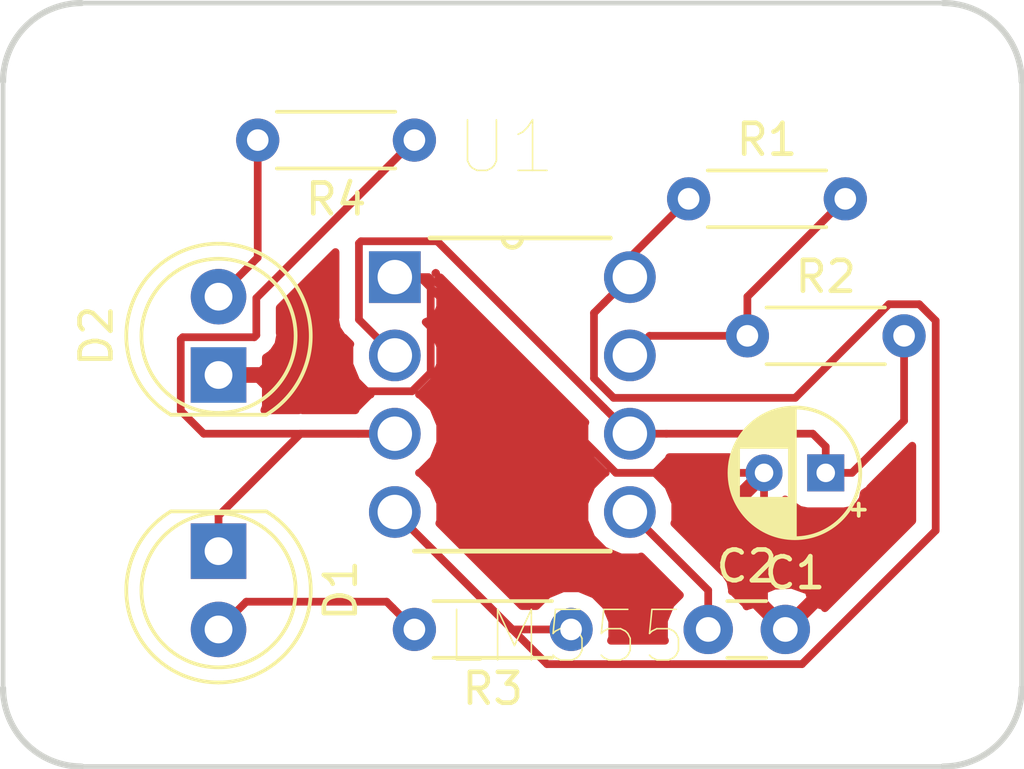
<source format=kicad_pcb>
(kicad_pcb (version 20171130) (host pcbnew "(5.0.0-3-g5ebb6b6)")

  (general
    (thickness 1.6)
    (drawings 8)
    (tracks 66)
    (zones 0)
    (modules 9)
    (nets 9)
  )

  (page A4)
  (layers
    (0 F.Cu signal)
    (31 B.Cu signal)
    (32 B.Adhes user)
    (33 F.Adhes user)
    (34 B.Paste user)
    (35 F.Paste user)
    (36 B.SilkS user)
    (37 F.SilkS user)
    (38 B.Mask user)
    (39 F.Mask user)
    (40 Dwgs.User user)
    (41 Cmts.User user)
    (42 Eco1.User user)
    (43 Eco2.User user)
    (44 Edge.Cuts user)
    (45 Margin user)
    (46 B.CrtYd user)
    (47 F.CrtYd user)
    (48 B.Fab user)
    (49 F.Fab user)
  )

  (setup
    (last_trace_width 0.25)
    (trace_clearance 0.2)
    (zone_clearance 0.508)
    (zone_45_only no)
    (trace_min 0.2)
    (segment_width 0.2)
    (edge_width 0.15)
    (via_size 0.8)
    (via_drill 0.4)
    (via_min_size 0.4)
    (via_min_drill 0.3)
    (uvia_size 0.3)
    (uvia_drill 0.1)
    (uvias_allowed no)
    (uvia_min_size 0.2)
    (uvia_min_drill 0.1)
    (pcb_text_width 0.3)
    (pcb_text_size 1.5 1.5)
    (mod_edge_width 0.15)
    (mod_text_size 1 1)
    (mod_text_width 0.15)
    (pad_size 1.524 1.524)
    (pad_drill 0.762)
    (pad_to_mask_clearance 0.2)
    (aux_axis_origin 0 0)
    (visible_elements FFFFFF7F)
    (pcbplotparams
      (layerselection 0x010fc_ffffffff)
      (usegerberextensions true)
      (usegerberattributes false)
      (usegerberadvancedattributes false)
      (creategerberjobfile false)
      (excludeedgelayer true)
      (linewidth 0.100000)
      (plotframeref false)
      (viasonmask false)
      (mode 1)
      (useauxorigin false)
      (hpglpennumber 1)
      (hpglpenspeed 20)
      (hpglpendiameter 15.000000)
      (psnegative false)
      (psa4output false)
      (plotreference true)
      (plotvalue true)
      (plotinvisibletext false)
      (padsonsilk false)
      (subtractmaskfromsilk false)
      (outputformat 1)
      (mirror false)
      (drillshape 0)
      (scaleselection 1)
      (outputdirectory ""))
  )

  (net 0 "")
  (net 1 "Net-(C1-Pad1)")
  (net 2 GND)
  (net 3 "Net-(C2-Pad1)")
  (net 4 "Net-(D1-Pad2)")
  (net 5 "Net-(D1-Pad1)")
  (net 6 "Net-(D2-Pad2)")
  (net 7 "Net-(R1-Pad2)")
  (net 8 +5V)

  (net_class Default "This is the default net class."
    (clearance 0.2)
    (trace_width 0.25)
    (via_dia 0.8)
    (via_drill 0.4)
    (uvia_dia 0.3)
    (uvia_drill 0.1)
    (add_net +5V)
    (add_net GND)
    (add_net "Net-(C1-Pad1)")
    (add_net "Net-(C2-Pad1)")
    (add_net "Net-(D1-Pad1)")
    (add_net "Net-(D1-Pad2)")
    (add_net "Net-(D2-Pad2)")
    (add_net "Net-(R1-Pad2)")
  )

  (module Capacitor_THT:CP_Radial_D4.0mm_P2.00mm (layer F.Cu) (tedit 5AE50EF0) (tstamp 5C039223)
    (at 123.825 54.61 180)
    (descr "CP, Radial series, Radial, pin pitch=2.00mm, , diameter=4mm, Electrolytic Capacitor")
    (tags "CP Radial series Radial pin pitch 2.00mm  diameter 4mm Electrolytic Capacitor")
    (path /5BDF42A1)
    (fp_text reference C1 (at 1 -3.25 180) (layer F.SilkS)
      (effects (font (size 1 1) (thickness 0.15)))
    )
    (fp_text value CP (at 1 3.25 180) (layer F.Fab)
      (effects (font (size 1 1) (thickness 0.15)))
    )
    (fp_circle (center 1 0) (end 3 0) (layer F.Fab) (width 0.1))
    (fp_circle (center 1 0) (end 3.12 0) (layer F.SilkS) (width 0.12))
    (fp_circle (center 1 0) (end 3.25 0) (layer F.CrtYd) (width 0.05))
    (fp_line (start -0.702554 -0.8675) (end -0.302554 -0.8675) (layer F.Fab) (width 0.1))
    (fp_line (start -0.502554 -1.0675) (end -0.502554 -0.6675) (layer F.Fab) (width 0.1))
    (fp_line (start 1 -2.08) (end 1 2.08) (layer F.SilkS) (width 0.12))
    (fp_line (start 1.04 -2.08) (end 1.04 2.08) (layer F.SilkS) (width 0.12))
    (fp_line (start 1.08 -2.079) (end 1.08 2.079) (layer F.SilkS) (width 0.12))
    (fp_line (start 1.12 -2.077) (end 1.12 2.077) (layer F.SilkS) (width 0.12))
    (fp_line (start 1.16 -2.074) (end 1.16 2.074) (layer F.SilkS) (width 0.12))
    (fp_line (start 1.2 -2.071) (end 1.2 -0.84) (layer F.SilkS) (width 0.12))
    (fp_line (start 1.2 0.84) (end 1.2 2.071) (layer F.SilkS) (width 0.12))
    (fp_line (start 1.24 -2.067) (end 1.24 -0.84) (layer F.SilkS) (width 0.12))
    (fp_line (start 1.24 0.84) (end 1.24 2.067) (layer F.SilkS) (width 0.12))
    (fp_line (start 1.28 -2.062) (end 1.28 -0.84) (layer F.SilkS) (width 0.12))
    (fp_line (start 1.28 0.84) (end 1.28 2.062) (layer F.SilkS) (width 0.12))
    (fp_line (start 1.32 -2.056) (end 1.32 -0.84) (layer F.SilkS) (width 0.12))
    (fp_line (start 1.32 0.84) (end 1.32 2.056) (layer F.SilkS) (width 0.12))
    (fp_line (start 1.36 -2.05) (end 1.36 -0.84) (layer F.SilkS) (width 0.12))
    (fp_line (start 1.36 0.84) (end 1.36 2.05) (layer F.SilkS) (width 0.12))
    (fp_line (start 1.4 -2.042) (end 1.4 -0.84) (layer F.SilkS) (width 0.12))
    (fp_line (start 1.4 0.84) (end 1.4 2.042) (layer F.SilkS) (width 0.12))
    (fp_line (start 1.44 -2.034) (end 1.44 -0.84) (layer F.SilkS) (width 0.12))
    (fp_line (start 1.44 0.84) (end 1.44 2.034) (layer F.SilkS) (width 0.12))
    (fp_line (start 1.48 -2.025) (end 1.48 -0.84) (layer F.SilkS) (width 0.12))
    (fp_line (start 1.48 0.84) (end 1.48 2.025) (layer F.SilkS) (width 0.12))
    (fp_line (start 1.52 -2.016) (end 1.52 -0.84) (layer F.SilkS) (width 0.12))
    (fp_line (start 1.52 0.84) (end 1.52 2.016) (layer F.SilkS) (width 0.12))
    (fp_line (start 1.56 -2.005) (end 1.56 -0.84) (layer F.SilkS) (width 0.12))
    (fp_line (start 1.56 0.84) (end 1.56 2.005) (layer F.SilkS) (width 0.12))
    (fp_line (start 1.6 -1.994) (end 1.6 -0.84) (layer F.SilkS) (width 0.12))
    (fp_line (start 1.6 0.84) (end 1.6 1.994) (layer F.SilkS) (width 0.12))
    (fp_line (start 1.64 -1.982) (end 1.64 -0.84) (layer F.SilkS) (width 0.12))
    (fp_line (start 1.64 0.84) (end 1.64 1.982) (layer F.SilkS) (width 0.12))
    (fp_line (start 1.68 -1.968) (end 1.68 -0.84) (layer F.SilkS) (width 0.12))
    (fp_line (start 1.68 0.84) (end 1.68 1.968) (layer F.SilkS) (width 0.12))
    (fp_line (start 1.721 -1.954) (end 1.721 -0.84) (layer F.SilkS) (width 0.12))
    (fp_line (start 1.721 0.84) (end 1.721 1.954) (layer F.SilkS) (width 0.12))
    (fp_line (start 1.761 -1.94) (end 1.761 -0.84) (layer F.SilkS) (width 0.12))
    (fp_line (start 1.761 0.84) (end 1.761 1.94) (layer F.SilkS) (width 0.12))
    (fp_line (start 1.801 -1.924) (end 1.801 -0.84) (layer F.SilkS) (width 0.12))
    (fp_line (start 1.801 0.84) (end 1.801 1.924) (layer F.SilkS) (width 0.12))
    (fp_line (start 1.841 -1.907) (end 1.841 -0.84) (layer F.SilkS) (width 0.12))
    (fp_line (start 1.841 0.84) (end 1.841 1.907) (layer F.SilkS) (width 0.12))
    (fp_line (start 1.881 -1.889) (end 1.881 -0.84) (layer F.SilkS) (width 0.12))
    (fp_line (start 1.881 0.84) (end 1.881 1.889) (layer F.SilkS) (width 0.12))
    (fp_line (start 1.921 -1.87) (end 1.921 -0.84) (layer F.SilkS) (width 0.12))
    (fp_line (start 1.921 0.84) (end 1.921 1.87) (layer F.SilkS) (width 0.12))
    (fp_line (start 1.961 -1.851) (end 1.961 -0.84) (layer F.SilkS) (width 0.12))
    (fp_line (start 1.961 0.84) (end 1.961 1.851) (layer F.SilkS) (width 0.12))
    (fp_line (start 2.001 -1.83) (end 2.001 -0.84) (layer F.SilkS) (width 0.12))
    (fp_line (start 2.001 0.84) (end 2.001 1.83) (layer F.SilkS) (width 0.12))
    (fp_line (start 2.041 -1.808) (end 2.041 -0.84) (layer F.SilkS) (width 0.12))
    (fp_line (start 2.041 0.84) (end 2.041 1.808) (layer F.SilkS) (width 0.12))
    (fp_line (start 2.081 -1.785) (end 2.081 -0.84) (layer F.SilkS) (width 0.12))
    (fp_line (start 2.081 0.84) (end 2.081 1.785) (layer F.SilkS) (width 0.12))
    (fp_line (start 2.121 -1.76) (end 2.121 -0.84) (layer F.SilkS) (width 0.12))
    (fp_line (start 2.121 0.84) (end 2.121 1.76) (layer F.SilkS) (width 0.12))
    (fp_line (start 2.161 -1.735) (end 2.161 -0.84) (layer F.SilkS) (width 0.12))
    (fp_line (start 2.161 0.84) (end 2.161 1.735) (layer F.SilkS) (width 0.12))
    (fp_line (start 2.201 -1.708) (end 2.201 -0.84) (layer F.SilkS) (width 0.12))
    (fp_line (start 2.201 0.84) (end 2.201 1.708) (layer F.SilkS) (width 0.12))
    (fp_line (start 2.241 -1.68) (end 2.241 -0.84) (layer F.SilkS) (width 0.12))
    (fp_line (start 2.241 0.84) (end 2.241 1.68) (layer F.SilkS) (width 0.12))
    (fp_line (start 2.281 -1.65) (end 2.281 -0.84) (layer F.SilkS) (width 0.12))
    (fp_line (start 2.281 0.84) (end 2.281 1.65) (layer F.SilkS) (width 0.12))
    (fp_line (start 2.321 -1.619) (end 2.321 -0.84) (layer F.SilkS) (width 0.12))
    (fp_line (start 2.321 0.84) (end 2.321 1.619) (layer F.SilkS) (width 0.12))
    (fp_line (start 2.361 -1.587) (end 2.361 -0.84) (layer F.SilkS) (width 0.12))
    (fp_line (start 2.361 0.84) (end 2.361 1.587) (layer F.SilkS) (width 0.12))
    (fp_line (start 2.401 -1.552) (end 2.401 -0.84) (layer F.SilkS) (width 0.12))
    (fp_line (start 2.401 0.84) (end 2.401 1.552) (layer F.SilkS) (width 0.12))
    (fp_line (start 2.441 -1.516) (end 2.441 -0.84) (layer F.SilkS) (width 0.12))
    (fp_line (start 2.441 0.84) (end 2.441 1.516) (layer F.SilkS) (width 0.12))
    (fp_line (start 2.481 -1.478) (end 2.481 -0.84) (layer F.SilkS) (width 0.12))
    (fp_line (start 2.481 0.84) (end 2.481 1.478) (layer F.SilkS) (width 0.12))
    (fp_line (start 2.521 -1.438) (end 2.521 -0.84) (layer F.SilkS) (width 0.12))
    (fp_line (start 2.521 0.84) (end 2.521 1.438) (layer F.SilkS) (width 0.12))
    (fp_line (start 2.561 -1.396) (end 2.561 -0.84) (layer F.SilkS) (width 0.12))
    (fp_line (start 2.561 0.84) (end 2.561 1.396) (layer F.SilkS) (width 0.12))
    (fp_line (start 2.601 -1.351) (end 2.601 -0.84) (layer F.SilkS) (width 0.12))
    (fp_line (start 2.601 0.84) (end 2.601 1.351) (layer F.SilkS) (width 0.12))
    (fp_line (start 2.641 -1.304) (end 2.641 -0.84) (layer F.SilkS) (width 0.12))
    (fp_line (start 2.641 0.84) (end 2.641 1.304) (layer F.SilkS) (width 0.12))
    (fp_line (start 2.681 -1.254) (end 2.681 -0.84) (layer F.SilkS) (width 0.12))
    (fp_line (start 2.681 0.84) (end 2.681 1.254) (layer F.SilkS) (width 0.12))
    (fp_line (start 2.721 -1.2) (end 2.721 -0.84) (layer F.SilkS) (width 0.12))
    (fp_line (start 2.721 0.84) (end 2.721 1.2) (layer F.SilkS) (width 0.12))
    (fp_line (start 2.761 -1.142) (end 2.761 -0.84) (layer F.SilkS) (width 0.12))
    (fp_line (start 2.761 0.84) (end 2.761 1.142) (layer F.SilkS) (width 0.12))
    (fp_line (start 2.801 -1.08) (end 2.801 -0.84) (layer F.SilkS) (width 0.12))
    (fp_line (start 2.801 0.84) (end 2.801 1.08) (layer F.SilkS) (width 0.12))
    (fp_line (start 2.841 -1.013) (end 2.841 1.013) (layer F.SilkS) (width 0.12))
    (fp_line (start 2.881 -0.94) (end 2.881 0.94) (layer F.SilkS) (width 0.12))
    (fp_line (start 2.921 -0.859) (end 2.921 0.859) (layer F.SilkS) (width 0.12))
    (fp_line (start 2.961 -0.768) (end 2.961 0.768) (layer F.SilkS) (width 0.12))
    (fp_line (start 3.001 -0.664) (end 3.001 0.664) (layer F.SilkS) (width 0.12))
    (fp_line (start 3.041 -0.537) (end 3.041 0.537) (layer F.SilkS) (width 0.12))
    (fp_line (start 3.081 -0.37) (end 3.081 0.37) (layer F.SilkS) (width 0.12))
    (fp_line (start -1.269801 -1.195) (end -0.869801 -1.195) (layer F.SilkS) (width 0.12))
    (fp_line (start -1.069801 -1.395) (end -1.069801 -0.995) (layer F.SilkS) (width 0.12))
    (fp_text user %R (at 1 0 180) (layer F.Fab)
      (effects (font (size 0.8 0.8) (thickness 0.12)))
    )
    (pad 1 thru_hole rect (at 0 0 180) (size 1.2 1.2) (drill 0.6) (layers *.Cu *.Mask)
      (net 1 "Net-(C1-Pad1)"))
    (pad 2 thru_hole circle (at 2 0 180) (size 1.2 1.2) (drill 0.6) (layers *.Cu *.Mask)
      (net 2 GND))
    (model ${KISYS3DMOD}/Capacitor_THT.3dshapes/CP_Radial_D4.0mm_P2.00mm.wrl
      (at (xyz 0 0 0))
      (scale (xyz 1 1 1))
      (rotate (xyz 0 0 0))
    )
  )

  (module Capacitor_THT:C_Disc_D3.0mm_W1.6mm_P2.50mm (layer F.Cu) (tedit 5AE50EF0) (tstamp 5C039234)
    (at 120.015 59.69)
    (descr "C, Disc series, Radial, pin pitch=2.50mm, , diameter*width=3.0*1.6mm^2, Capacitor, http://www.vishay.com/docs/45233/krseries.pdf")
    (tags "C Disc series Radial pin pitch 2.50mm  diameter 3.0mm width 1.6mm Capacitor")
    (path /5BDF42FF)
    (fp_text reference C2 (at 1.25 -2.05) (layer F.SilkS)
      (effects (font (size 1 1) (thickness 0.15)))
    )
    (fp_text value C (at 1.25 2.05) (layer F.Fab)
      (effects (font (size 1 1) (thickness 0.15)))
    )
    (fp_line (start -0.25 -0.8) (end -0.25 0.8) (layer F.Fab) (width 0.1))
    (fp_line (start -0.25 0.8) (end 2.75 0.8) (layer F.Fab) (width 0.1))
    (fp_line (start 2.75 0.8) (end 2.75 -0.8) (layer F.Fab) (width 0.1))
    (fp_line (start 2.75 -0.8) (end -0.25 -0.8) (layer F.Fab) (width 0.1))
    (fp_line (start 0.621 -0.92) (end 1.879 -0.92) (layer F.SilkS) (width 0.12))
    (fp_line (start 0.621 0.92) (end 1.879 0.92) (layer F.SilkS) (width 0.12))
    (fp_line (start -1.05 -1.05) (end -1.05 1.05) (layer F.CrtYd) (width 0.05))
    (fp_line (start -1.05 1.05) (end 3.55 1.05) (layer F.CrtYd) (width 0.05))
    (fp_line (start 3.55 1.05) (end 3.55 -1.05) (layer F.CrtYd) (width 0.05))
    (fp_line (start 3.55 -1.05) (end -1.05 -1.05) (layer F.CrtYd) (width 0.05))
    (fp_text user %R (at 1.25 0) (layer F.Fab)
      (effects (font (size 0.6 0.6) (thickness 0.09)))
    )
    (pad 1 thru_hole circle (at 0 0) (size 1.6 1.6) (drill 0.8) (layers *.Cu *.Mask)
      (net 3 "Net-(C2-Pad1)"))
    (pad 2 thru_hole circle (at 2.5 0) (size 1.6 1.6) (drill 0.8) (layers *.Cu *.Mask)
      (net 2 GND))
    (model ${KISYS3DMOD}/Capacitor_THT.3dshapes/C_Disc_D3.0mm_W1.6mm_P2.50mm.wrl
      (at (xyz 0 0 0))
      (scale (xyz 1 1 1))
      (rotate (xyz 0 0 0))
    )
  )

  (module LED_THT:LED_D5.0mm_Clear (layer F.Cu) (tedit 5A6C9BC0) (tstamp 5C039F1B)
    (at 104.14 57.15 270)
    (descr "LED, diameter 5.0mm, 2 pins, http://cdn-reichelt.de/documents/datenblatt/A500/LL-504BC2E-009.pdf")
    (tags "LED diameter 5.0mm 2 pins")
    (path /5BDF4EDF)
    (fp_text reference D1 (at 1.27 -3.96 270) (layer F.SilkS)
      (effects (font (size 1 1) (thickness 0.15)))
    )
    (fp_text value LED_ALT (at 1.27 3.96 270) (layer F.Fab)
      (effects (font (size 1 1) (thickness 0.15)))
    )
    (fp_arc (start 1.27 0) (end -1.29 1.54483) (angle -148.9) (layer F.SilkS) (width 0.12))
    (fp_arc (start 1.27 0) (end -1.29 -1.54483) (angle 148.9) (layer F.SilkS) (width 0.12))
    (fp_arc (start 1.27 0) (end -1.23 -1.469694) (angle 299.1) (layer F.Fab) (width 0.1))
    (fp_circle (center 1.27 0) (end 3.77 0) (layer F.SilkS) (width 0.12))
    (fp_circle (center 1.27 0) (end 3.77 0) (layer F.Fab) (width 0.1))
    (fp_line (start 4.5 -3.25) (end -1.95 -3.25) (layer F.CrtYd) (width 0.05))
    (fp_line (start 4.5 3.25) (end 4.5 -3.25) (layer F.CrtYd) (width 0.05))
    (fp_line (start -1.95 3.25) (end 4.5 3.25) (layer F.CrtYd) (width 0.05))
    (fp_line (start -1.95 -3.25) (end -1.95 3.25) (layer F.CrtYd) (width 0.05))
    (fp_line (start -1.29 -1.545) (end -1.29 1.545) (layer F.SilkS) (width 0.12))
    (fp_line (start -1.23 -1.469694) (end -1.23 1.469694) (layer F.Fab) (width 0.1))
    (fp_text user %R (at 1.25 0 270) (layer F.Fab)
      (effects (font (size 0.8 0.8) (thickness 0.2)))
    )
    (pad 2 thru_hole circle (at 2.54 0 270) (size 1.8 1.8) (drill 0.9) (layers *.Cu *.Mask)
      (net 4 "Net-(D1-Pad2)"))
    (pad 1 thru_hole rect (at 0 0 270) (size 1.8 1.8) (drill 0.9) (layers *.Cu *.Mask)
      (net 5 "Net-(D1-Pad1)"))
    (model ${KISYS3DMOD}/LED_THT.3dshapes/LED_D5.0mm_Clear.wrl
      (at (xyz 0 0 0))
      (scale (xyz 1 1 1))
      (rotate (xyz 0 0 0))
    )
  )

  (module LED_THT:LED_D5.0mm_Clear (layer F.Cu) (tedit 5A6C9BC0) (tstamp 5C039258)
    (at 104.14 51.435 90)
    (descr "LED, diameter 5.0mm, 2 pins, http://cdn-reichelt.de/documents/datenblatt/A500/LL-504BC2E-009.pdf")
    (tags "LED diameter 5.0mm 2 pins")
    (path /5BDF43D3)
    (fp_text reference D2 (at 1.27 -3.96 90) (layer F.SilkS)
      (effects (font (size 1 1) (thickness 0.15)))
    )
    (fp_text value LED_ALT (at 1.27 3.96 90) (layer F.Fab)
      (effects (font (size 1 1) (thickness 0.15)))
    )
    (fp_text user %R (at 1.25 0 90) (layer F.Fab)
      (effects (font (size 0.8 0.8) (thickness 0.2)))
    )
    (fp_line (start -1.23 -1.469694) (end -1.23 1.469694) (layer F.Fab) (width 0.1))
    (fp_line (start -1.29 -1.545) (end -1.29 1.545) (layer F.SilkS) (width 0.12))
    (fp_line (start -1.95 -3.25) (end -1.95 3.25) (layer F.CrtYd) (width 0.05))
    (fp_line (start -1.95 3.25) (end 4.5 3.25) (layer F.CrtYd) (width 0.05))
    (fp_line (start 4.5 3.25) (end 4.5 -3.25) (layer F.CrtYd) (width 0.05))
    (fp_line (start 4.5 -3.25) (end -1.95 -3.25) (layer F.CrtYd) (width 0.05))
    (fp_circle (center 1.27 0) (end 3.77 0) (layer F.Fab) (width 0.1))
    (fp_circle (center 1.27 0) (end 3.77 0) (layer F.SilkS) (width 0.12))
    (fp_arc (start 1.27 0) (end -1.23 -1.469694) (angle 299.1) (layer F.Fab) (width 0.1))
    (fp_arc (start 1.27 0) (end -1.29 -1.54483) (angle 148.9) (layer F.SilkS) (width 0.12))
    (fp_arc (start 1.27 0) (end -1.29 1.54483) (angle -148.9) (layer F.SilkS) (width 0.12))
    (pad 1 thru_hole rect (at 0 0 90) (size 1.8 1.8) (drill 0.9) (layers *.Cu *.Mask)
      (net 2 GND))
    (pad 2 thru_hole circle (at 2.54 0 90) (size 1.8 1.8) (drill 0.9) (layers *.Cu *.Mask)
      (net 6 "Net-(D2-Pad2)"))
    (model ${KISYS3DMOD}/LED_THT.3dshapes/LED_D5.0mm_Clear.wrl
      (at (xyz 0 0 0))
      (scale (xyz 1 1 1))
      (rotate (xyz 0 0 0))
    )
  )

  (module Resistor_THT:R_Axial_DIN0204_L3.6mm_D1.6mm_P5.08mm_Horizontal (layer F.Cu) (tedit 5AE5139B) (tstamp 5C03926B)
    (at 119.38 45.72)
    (descr "Resistor, Axial_DIN0204 series, Axial, Horizontal, pin pitch=5.08mm, 0.167W, length*diameter=3.6*1.6mm^2, http://cdn-reichelt.de/documents/datenblatt/B400/1_4W%23YAG.pdf")
    (tags "Resistor Axial_DIN0204 series Axial Horizontal pin pitch 5.08mm 0.167W length 3.6mm diameter 1.6mm")
    (path /5BDF41FB)
    (fp_text reference R1 (at 2.54 -1.92) (layer F.SilkS)
      (effects (font (size 1 1) (thickness 0.15)))
    )
    (fp_text value R (at 2.54 1.92) (layer F.Fab)
      (effects (font (size 1 1) (thickness 0.15)))
    )
    (fp_text user %R (at 2.54 0) (layer F.Fab)
      (effects (font (size 0.72 0.72) (thickness 0.108)))
    )
    (fp_line (start 6.03 -1.05) (end -0.95 -1.05) (layer F.CrtYd) (width 0.05))
    (fp_line (start 6.03 1.05) (end 6.03 -1.05) (layer F.CrtYd) (width 0.05))
    (fp_line (start -0.95 1.05) (end 6.03 1.05) (layer F.CrtYd) (width 0.05))
    (fp_line (start -0.95 -1.05) (end -0.95 1.05) (layer F.CrtYd) (width 0.05))
    (fp_line (start 0.62 0.92) (end 4.46 0.92) (layer F.SilkS) (width 0.12))
    (fp_line (start 0.62 -0.92) (end 4.46 -0.92) (layer F.SilkS) (width 0.12))
    (fp_line (start 5.08 0) (end 4.34 0) (layer F.Fab) (width 0.1))
    (fp_line (start 0 0) (end 0.74 0) (layer F.Fab) (width 0.1))
    (fp_line (start 4.34 -0.8) (end 0.74 -0.8) (layer F.Fab) (width 0.1))
    (fp_line (start 4.34 0.8) (end 4.34 -0.8) (layer F.Fab) (width 0.1))
    (fp_line (start 0.74 0.8) (end 4.34 0.8) (layer F.Fab) (width 0.1))
    (fp_line (start 0.74 -0.8) (end 0.74 0.8) (layer F.Fab) (width 0.1))
    (pad 2 thru_hole oval (at 5.08 0) (size 1.4 1.4) (drill 0.7) (layers *.Cu *.Mask)
      (net 7 "Net-(R1-Pad2)"))
    (pad 1 thru_hole circle (at 0 0) (size 1.4 1.4) (drill 0.7) (layers *.Cu *.Mask)
      (net 8 +5V))
    (model ${KISYS3DMOD}/Resistor_THT.3dshapes/R_Axial_DIN0204_L3.6mm_D1.6mm_P5.08mm_Horizontal.wrl
      (at (xyz 0 0 0))
      (scale (xyz 1 1 1))
      (rotate (xyz 0 0 0))
    )
  )

  (module Resistor_THT:R_Axial_DIN0204_L3.6mm_D1.6mm_P5.08mm_Horizontal (layer F.Cu) (tedit 5AE5139B) (tstamp 5C03927E)
    (at 121.285 50.165)
    (descr "Resistor, Axial_DIN0204 series, Axial, Horizontal, pin pitch=5.08mm, 0.167W, length*diameter=3.6*1.6mm^2, http://cdn-reichelt.de/documents/datenblatt/B400/1_4W%23YAG.pdf")
    (tags "Resistor Axial_DIN0204 series Axial Horizontal pin pitch 5.08mm 0.167W length 3.6mm diameter 1.6mm")
    (path /5BDF41DC)
    (fp_text reference R2 (at 2.54 -1.92) (layer F.SilkS)
      (effects (font (size 1 1) (thickness 0.15)))
    )
    (fp_text value R (at 2.54 1.92) (layer F.Fab)
      (effects (font (size 1 1) (thickness 0.15)))
    )
    (fp_text user %R (at 2.54 0) (layer F.Fab)
      (effects (font (size 0.72 0.72) (thickness 0.108)))
    )
    (fp_line (start 6.03 -1.05) (end -0.95 -1.05) (layer F.CrtYd) (width 0.05))
    (fp_line (start 6.03 1.05) (end 6.03 -1.05) (layer F.CrtYd) (width 0.05))
    (fp_line (start -0.95 1.05) (end 6.03 1.05) (layer F.CrtYd) (width 0.05))
    (fp_line (start -0.95 -1.05) (end -0.95 1.05) (layer F.CrtYd) (width 0.05))
    (fp_line (start 0.62 0.92) (end 4.46 0.92) (layer F.SilkS) (width 0.12))
    (fp_line (start 0.62 -0.92) (end 4.46 -0.92) (layer F.SilkS) (width 0.12))
    (fp_line (start 5.08 0) (end 4.34 0) (layer F.Fab) (width 0.1))
    (fp_line (start 0 0) (end 0.74 0) (layer F.Fab) (width 0.1))
    (fp_line (start 4.34 -0.8) (end 0.74 -0.8) (layer F.Fab) (width 0.1))
    (fp_line (start 4.34 0.8) (end 4.34 -0.8) (layer F.Fab) (width 0.1))
    (fp_line (start 0.74 0.8) (end 4.34 0.8) (layer F.Fab) (width 0.1))
    (fp_line (start 0.74 -0.8) (end 0.74 0.8) (layer F.Fab) (width 0.1))
    (pad 2 thru_hole oval (at 5.08 0) (size 1.4 1.4) (drill 0.7) (layers *.Cu *.Mask)
      (net 1 "Net-(C1-Pad1)"))
    (pad 1 thru_hole circle (at 0 0) (size 1.4 1.4) (drill 0.7) (layers *.Cu *.Mask)
      (net 7 "Net-(R1-Pad2)"))
    (model ${KISYS3DMOD}/Resistor_THT.3dshapes/R_Axial_DIN0204_L3.6mm_D1.6mm_P5.08mm_Horizontal.wrl
      (at (xyz 0 0 0))
      (scale (xyz 1 1 1))
      (rotate (xyz 0 0 0))
    )
  )

  (module Resistor_THT:R_Axial_DIN0204_L3.6mm_D1.6mm_P5.08mm_Horizontal (layer F.Cu) (tedit 5AE5139B) (tstamp 5C039291)
    (at 115.57 59.69 180)
    (descr "Resistor, Axial_DIN0204 series, Axial, Horizontal, pin pitch=5.08mm, 0.167W, length*diameter=3.6*1.6mm^2, http://cdn-reichelt.de/documents/datenblatt/B400/1_4W%23YAG.pdf")
    (tags "Resistor Axial_DIN0204 series Axial Horizontal pin pitch 5.08mm 0.167W length 3.6mm diameter 1.6mm")
    (path /5BDF41EB)
    (fp_text reference R3 (at 2.54 -1.92 180) (layer F.SilkS)
      (effects (font (size 1 1) (thickness 0.15)))
    )
    (fp_text value R (at 2.54 1.92 180) (layer F.Fab)
      (effects (font (size 1 1) (thickness 0.15)))
    )
    (fp_line (start 0.74 -0.8) (end 0.74 0.8) (layer F.Fab) (width 0.1))
    (fp_line (start 0.74 0.8) (end 4.34 0.8) (layer F.Fab) (width 0.1))
    (fp_line (start 4.34 0.8) (end 4.34 -0.8) (layer F.Fab) (width 0.1))
    (fp_line (start 4.34 -0.8) (end 0.74 -0.8) (layer F.Fab) (width 0.1))
    (fp_line (start 0 0) (end 0.74 0) (layer F.Fab) (width 0.1))
    (fp_line (start 5.08 0) (end 4.34 0) (layer F.Fab) (width 0.1))
    (fp_line (start 0.62 -0.92) (end 4.46 -0.92) (layer F.SilkS) (width 0.12))
    (fp_line (start 0.62 0.92) (end 4.46 0.92) (layer F.SilkS) (width 0.12))
    (fp_line (start -0.95 -1.05) (end -0.95 1.05) (layer F.CrtYd) (width 0.05))
    (fp_line (start -0.95 1.05) (end 6.03 1.05) (layer F.CrtYd) (width 0.05))
    (fp_line (start 6.03 1.05) (end 6.03 -1.05) (layer F.CrtYd) (width 0.05))
    (fp_line (start 6.03 -1.05) (end -0.95 -1.05) (layer F.CrtYd) (width 0.05))
    (fp_text user %R (at 2.54 0 180) (layer F.Fab)
      (effects (font (size 0.72 0.72) (thickness 0.108)))
    )
    (pad 1 thru_hole circle (at 0 0 180) (size 1.4 1.4) (drill 0.7) (layers *.Cu *.Mask)
      (net 8 +5V))
    (pad 2 thru_hole oval (at 5.08 0 180) (size 1.4 1.4) (drill 0.7) (layers *.Cu *.Mask)
      (net 4 "Net-(D1-Pad2)"))
    (model ${KISYS3DMOD}/Resistor_THT.3dshapes/R_Axial_DIN0204_L3.6mm_D1.6mm_P5.08mm_Horizontal.wrl
      (at (xyz 0 0 0))
      (scale (xyz 1 1 1))
      (rotate (xyz 0 0 0))
    )
  )

  (module Resistor_THT:R_Axial_DIN0204_L3.6mm_D1.6mm_P5.08mm_Horizontal (layer F.Cu) (tedit 5AE5139B) (tstamp 5C0392A4)
    (at 110.49 43.815 180)
    (descr "Resistor, Axial_DIN0204 series, Axial, Horizontal, pin pitch=5.08mm, 0.167W, length*diameter=3.6*1.6mm^2, http://cdn-reichelt.de/documents/datenblatt/B400/1_4W%23YAG.pdf")
    (tags "Resistor Axial_DIN0204 series Axial Horizontal pin pitch 5.08mm 0.167W length 3.6mm diameter 1.6mm")
    (path /5BDF415D)
    (fp_text reference R4 (at 2.54 -1.92 180) (layer F.SilkS)
      (effects (font (size 1 1) (thickness 0.15)))
    )
    (fp_text value R (at 2.54 1.92 180) (layer F.Fab)
      (effects (font (size 1 1) (thickness 0.15)))
    )
    (fp_line (start 0.74 -0.8) (end 0.74 0.8) (layer F.Fab) (width 0.1))
    (fp_line (start 0.74 0.8) (end 4.34 0.8) (layer F.Fab) (width 0.1))
    (fp_line (start 4.34 0.8) (end 4.34 -0.8) (layer F.Fab) (width 0.1))
    (fp_line (start 4.34 -0.8) (end 0.74 -0.8) (layer F.Fab) (width 0.1))
    (fp_line (start 0 0) (end 0.74 0) (layer F.Fab) (width 0.1))
    (fp_line (start 5.08 0) (end 4.34 0) (layer F.Fab) (width 0.1))
    (fp_line (start 0.62 -0.92) (end 4.46 -0.92) (layer F.SilkS) (width 0.12))
    (fp_line (start 0.62 0.92) (end 4.46 0.92) (layer F.SilkS) (width 0.12))
    (fp_line (start -0.95 -1.05) (end -0.95 1.05) (layer F.CrtYd) (width 0.05))
    (fp_line (start -0.95 1.05) (end 6.03 1.05) (layer F.CrtYd) (width 0.05))
    (fp_line (start 6.03 1.05) (end 6.03 -1.05) (layer F.CrtYd) (width 0.05))
    (fp_line (start 6.03 -1.05) (end -0.95 -1.05) (layer F.CrtYd) (width 0.05))
    (fp_text user %R (at 2.54 0 180) (layer F.Fab)
      (effects (font (size 0.72 0.72) (thickness 0.108)))
    )
    (pad 1 thru_hole circle (at 0 0 180) (size 1.4 1.4) (drill 0.7) (layers *.Cu *.Mask)
      (net 5 "Net-(D1-Pad1)"))
    (pad 2 thru_hole oval (at 5.08 0 180) (size 1.4 1.4) (drill 0.7) (layers *.Cu *.Mask)
      (net 6 "Net-(D2-Pad2)"))
    (model ${KISYS3DMOD}/Resistor_THT.3dshapes/R_Axial_DIN0204_L3.6mm_D1.6mm_P5.08mm_Horizontal.wrl
      (at (xyz 0 0 0))
      (scale (xyz 1 1 1))
      (rotate (xyz 0 0 0))
    )
  )

  (module LM555CN:DIP254P762X533-8 (layer F.Cu) (tedit 0) (tstamp 5C0392DC)
    (at 117.475 55.88)
    (path /5BDF38EB)
    (fp_text reference U1 (at -4.01395 -11.8386) (layer F.SilkS)
      (effects (font (size 1.64031 1.64031) (thickness 0.05)))
    )
    (fp_text value LM555 (at -2.05986 4.04345) (layer F.SilkS)
      (effects (font (size 1.64198 1.64198) (thickness 0.05)))
    )
    (fp_line (start -6.985 1.27) (end -0.635 1.27) (layer F.SilkS) (width 0.1524))
    (fp_line (start -0.635 -8.89) (end -3.5052 -8.89) (layer F.SilkS) (width 0.1524))
    (fp_line (start -3.5052 -8.89) (end -4.1148 -8.89) (layer F.SilkS) (width 0.1524))
    (fp_line (start -4.1148 -8.89) (end -6.477 -8.89) (layer F.SilkS) (width 0.1524))
    (fp_arc (start -3.81 -8.89) (end -4.1148 -8.89) (angle -180) (layer F.SilkS) (width 0.1524))
    (fp_line (start -6.985 -7.0612) (end -6.985 -8.1788) (layer Dwgs.User) (width 0))
    (fp_line (start -6.985 -8.1788) (end -8.1788 -8.1788) (layer Dwgs.User) (width 0))
    (fp_line (start -8.1788 -8.1788) (end -8.1788 -7.0612) (layer Dwgs.User) (width 0))
    (fp_line (start -8.1788 -7.0612) (end -6.985 -7.0612) (layer Dwgs.User) (width 0))
    (fp_line (start -6.985 -4.5212) (end -6.985 -5.6388) (layer Dwgs.User) (width 0))
    (fp_line (start -6.985 -5.6388) (end -8.1788 -5.6388) (layer Dwgs.User) (width 0))
    (fp_line (start -8.1788 -5.6388) (end -8.1788 -4.5212) (layer Dwgs.User) (width 0))
    (fp_line (start -8.1788 -4.5212) (end -6.985 -4.5212) (layer Dwgs.User) (width 0))
    (fp_line (start -6.985 -1.9812) (end -6.985 -3.0988) (layer Dwgs.User) (width 0))
    (fp_line (start -6.985 -3.0988) (end -8.1788 -3.0988) (layer Dwgs.User) (width 0))
    (fp_line (start -8.1788 -3.0988) (end -8.1788 -1.9812) (layer Dwgs.User) (width 0))
    (fp_line (start -8.1788 -1.9812) (end -6.985 -1.9812) (layer Dwgs.User) (width 0))
    (fp_line (start -6.985 0.5588) (end -6.985 -0.5588) (layer Dwgs.User) (width 0))
    (fp_line (start -6.985 -0.5588) (end -8.1788 -0.5588) (layer Dwgs.User) (width 0))
    (fp_line (start -8.1788 -0.5588) (end -8.1788 0.5588) (layer Dwgs.User) (width 0))
    (fp_line (start -8.1788 0.5588) (end -6.985 0.5588) (layer Dwgs.User) (width 0))
    (fp_line (start -0.635 -0.5588) (end -0.635 0.5588) (layer Dwgs.User) (width 0))
    (fp_line (start -0.635 0.5588) (end 0.5588 0.5588) (layer Dwgs.User) (width 0))
    (fp_line (start 0.5588 0.5588) (end 0.5588 -0.5588) (layer Dwgs.User) (width 0))
    (fp_line (start 0.5588 -0.5588) (end -0.635 -0.5588) (layer Dwgs.User) (width 0))
    (fp_line (start -0.635 -3.0988) (end -0.635 -1.9812) (layer Dwgs.User) (width 0))
    (fp_line (start -0.635 -1.9812) (end 0.5588 -1.9812) (layer Dwgs.User) (width 0))
    (fp_line (start 0.5588 -1.9812) (end 0.5588 -3.0988) (layer Dwgs.User) (width 0))
    (fp_line (start 0.5588 -3.0988) (end -0.635 -3.0988) (layer Dwgs.User) (width 0))
    (fp_line (start -0.635 -5.6388) (end -0.635 -4.5212) (layer Dwgs.User) (width 0))
    (fp_line (start -0.635 -4.5212) (end 0.5588 -4.5212) (layer Dwgs.User) (width 0))
    (fp_line (start 0.5588 -4.5212) (end 0.5588 -5.6388) (layer Dwgs.User) (width 0))
    (fp_line (start 0.5588 -5.6388) (end -0.635 -5.6388) (layer Dwgs.User) (width 0))
    (fp_line (start -0.635 -8.1788) (end -0.635 -7.0612) (layer Dwgs.User) (width 0))
    (fp_line (start -0.635 -7.0612) (end 0.5588 -7.0612) (layer Dwgs.User) (width 0))
    (fp_line (start 0.5588 -7.0612) (end 0.5588 -8.1788) (layer Dwgs.User) (width 0))
    (fp_line (start 0.5588 -8.1788) (end -0.635 -8.1788) (layer Dwgs.User) (width 0))
    (fp_line (start -6.985 1.27) (end -0.635 1.27) (layer Dwgs.User) (width 0))
    (fp_line (start -0.635 1.27) (end -0.635 -8.89) (layer Dwgs.User) (width 0))
    (fp_line (start -0.635 -8.89) (end -3.5052 -8.89) (layer Dwgs.User) (width 0))
    (fp_line (start -3.5052 -8.89) (end -4.1148 -8.89) (layer Dwgs.User) (width 0))
    (fp_line (start -4.1148 -8.89) (end -6.985 -8.89) (layer Dwgs.User) (width 0))
    (fp_line (start -6.985 -8.89) (end -6.985 1.27) (layer Dwgs.User) (width 0))
    (fp_arc (start -3.81 -8.89) (end -4.1148 -8.89) (angle -180) (layer Dwgs.User) (width 0))
    (pad 1 thru_hole rect (at -7.62 -7.62) (size 1.6764 1.6764) (drill 1.1176) (layers *.Cu *.Mask)
      (net 2 GND))
    (pad 2 thru_hole circle (at -7.62 -5.08) (size 1.6764 1.6764) (drill 1.1176) (layers *.Cu *.Mask)
      (net 1 "Net-(C1-Pad1)"))
    (pad 3 thru_hole circle (at -7.62 -2.54) (size 1.6764 1.6764) (drill 1.1176) (layers *.Cu *.Mask)
      (net 5 "Net-(D1-Pad1)"))
    (pad 4 thru_hole circle (at -7.62 0) (size 1.6764 1.6764) (drill 1.1176) (layers *.Cu *.Mask)
      (net 8 +5V))
    (pad 5 thru_hole circle (at 0 0) (size 1.6764 1.6764) (drill 1.1176) (layers *.Cu *.Mask)
      (net 3 "Net-(C2-Pad1)"))
    (pad 6 thru_hole circle (at 0 -2.54) (size 1.6764 1.6764) (drill 1.1176) (layers *.Cu *.Mask)
      (net 1 "Net-(C1-Pad1)"))
    (pad 7 thru_hole circle (at 0 -5.08) (size 1.6764 1.6764) (drill 1.1176) (layers *.Cu *.Mask)
      (net 7 "Net-(R1-Pad2)"))
    (pad 8 thru_hole circle (at 0 -7.62) (size 1.6764 1.6764) (drill 1.1176) (layers *.Cu *.Mask)
      (net 8 +5V))
  )

  (gr_line (start 97.155 41.91) (end 97.155 61.595) (layer Edge.Cuts) (width 0.15))
  (gr_line (start 127.635 64.135) (end 99.695 64.135) (layer Edge.Cuts) (width 0.15))
  (gr_line (start 130.175 41.91) (end 130.175 61.595) (layer Edge.Cuts) (width 0.15))
  (gr_line (start 99.695 39.37) (end 127.635 39.37) (layer Edge.Cuts) (width 0.15))
  (gr_arc (start 99.695 41.91) (end 99.695 39.37) (angle -90) (layer Edge.Cuts) (width 0.2))
  (gr_arc (start 99.695 61.595) (end 97.155 61.595) (angle -90) (layer Edge.Cuts) (width 0.2))
  (gr_arc (start 127.635 61.595) (end 127.635 64.135) (angle -90) (layer Edge.Cuts) (width 0.2))
  (gr_arc (start 127.635 41.91) (end 130.175 41.91) (angle -90) (layer Edge.Cuts) (width 0.2))

  (segment (start 124.675 54.61) (end 123.825 54.61) (width 0.25) (layer F.Cu) (net 1))
  (segment (start 126.365 52.92) (end 124.675 54.61) (width 0.25) (layer F.Cu) (net 1))
  (segment (start 126.365 50.165) (end 126.365 52.92) (width 0.25) (layer F.Cu) (net 1))
  (segment (start 123.405 53.34) (end 118.660393 53.34) (width 0.25) (layer F.Cu) (net 1))
  (segment (start 118.660393 53.34) (end 117.475 53.34) (width 0.25) (layer F.Cu) (net 1))
  (segment (start 123.825 53.76) (end 123.405 53.34) (width 0.25) (layer F.Cu) (net 1))
  (segment (start 123.825 54.61) (end 123.825 53.76) (width 0.25) (layer F.Cu) (net 1))
  (segment (start 116.636801 52.501801) (end 117.475 53.34) (width 0.25) (layer F.Cu) (net 1))
  (segment (start 111.231799 47.096799) (end 116.636801 52.501801) (width 0.25) (layer F.Cu) (net 1))
  (segment (start 108.756799 47.096799) (end 111.231799 47.096799) (width 0.25) (layer F.Cu) (net 1))
  (segment (start 108.691799 47.161799) (end 108.756799 47.096799) (width 0.25) (layer F.Cu) (net 1))
  (segment (start 108.691799 49.636799) (end 108.691799 47.161799) (width 0.25) (layer F.Cu) (net 1))
  (segment (start 109.855 50.8) (end 108.691799 49.636799) (width 0.25) (layer F.Cu) (net 1))
  (segment (start 121.825 59) (end 122.515 59.69) (width 0.25) (layer F.Cu) (net 2))
  (segment (start 121.825 54.61) (end 121.825 59) (width 0.25) (layer F.Cu) (net 2))
  (segment (start 110.673462 48.26) (end 109.855 48.26) (width 0.25) (layer F.Cu) (net 2))
  (segment (start 117.023462 54.61) (end 110.673462 48.26) (width 0.25) (layer F.Cu) (net 2))
  (segment (start 121.825 54.61) (end 117.023462 54.61) (width 0.25) (layer F.Cu) (net 2))
  (segment (start 105.29 51.435) (end 104.14 51.435) (width 0.25) (layer F.Cu) (net 2))
  (segment (start 105.818201 51.963201) (end 105.29 51.435) (width 0.25) (layer F.Cu) (net 2))
  (segment (start 110.413337 51.963201) (end 105.818201 51.963201) (width 0.25) (layer F.Cu) (net 2))
  (segment (start 111.018201 51.358337) (end 110.413337 51.963201) (width 0.25) (layer F.Cu) (net 2))
  (segment (start 111.018201 48.335001) (end 111.018201 51.358337) (width 0.25) (layer F.Cu) (net 2))
  (segment (start 110.9432 48.26) (end 111.018201 48.335001) (width 0.25) (layer F.Cu) (net 2))
  (segment (start 109.855 48.26) (end 110.9432 48.26) (width 0.25) (layer F.Cu) (net 2))
  (segment (start 120.015 58.42) (end 117.475 55.88) (width 0.25) (layer F.Cu) (net 3))
  (segment (start 120.015 59.69) (end 120.015 58.42) (width 0.25) (layer F.Cu) (net 3))
  (segment (start 109.790001 58.990001) (end 110.49 59.69) (width 0.25) (layer F.Cu) (net 4))
  (segment (start 109.590001 58.790001) (end 109.790001 58.990001) (width 0.25) (layer F.Cu) (net 4))
  (segment (start 105.039999 58.790001) (end 109.590001 58.790001) (width 0.25) (layer F.Cu) (net 4))
  (segment (start 104.14 59.69) (end 105.039999 58.790001) (width 0.25) (layer F.Cu) (net 4))
  (segment (start 103.505 56.515) (end 104.14 57.15) (width 0.25) (layer F.Cu) (net 5))
  (segment (start 104.14 56) (end 104.14 57.15) (width 0.25) (layer F.Cu) (net 5))
  (segment (start 106.8 53.34) (end 104.14 56) (width 0.25) (layer F.Cu) (net 5))
  (segment (start 109.855 53.34) (end 106.8 53.34) (width 0.25) (layer F.Cu) (net 5))
  (segment (start 103.659998 53.34) (end 108.669607 53.34) (width 0.25) (layer F.Cu) (net 5))
  (segment (start 102.979999 50.209999) (end 102.914999 50.274999) (width 0.25) (layer F.Cu) (net 5))
  (segment (start 102.914999 50.274999) (end 102.914999 52.595001) (width 0.25) (layer F.Cu) (net 5))
  (segment (start 105.300001 50.209999) (end 102.979999 50.209999) (width 0.25) (layer F.Cu) (net 5))
  (segment (start 108.669607 53.34) (end 109.855 53.34) (width 0.25) (layer F.Cu) (net 5))
  (segment (start 102.914999 52.595001) (end 103.659998 53.34) (width 0.25) (layer F.Cu) (net 5))
  (segment (start 105.365001 50.144999) (end 105.300001 50.209999) (width 0.25) (layer F.Cu) (net 5))
  (segment (start 105.365001 48.939999) (end 105.365001 50.144999) (width 0.25) (layer F.Cu) (net 5))
  (segment (start 110.49 43.815) (end 105.365001 48.939999) (width 0.25) (layer F.Cu) (net 5))
  (segment (start 105.41 47.625) (end 104.14 48.895) (width 0.25) (layer F.Cu) (net 6))
  (segment (start 105.41 43.815) (end 105.41 47.625) (width 0.25) (layer F.Cu) (net 6))
  (segment (start 121.285 48.895) (end 121.285 50.165) (width 0.25) (layer F.Cu) (net 7))
  (segment (start 124.46 45.72) (end 121.285 48.895) (width 0.25) (layer F.Cu) (net 7))
  (segment (start 118.11 50.165) (end 117.475 50.8) (width 0.25) (layer F.Cu) (net 7))
  (segment (start 121.285 50.165) (end 118.11 50.165) (width 0.25) (layer F.Cu) (net 7))
  (segment (start 117.475 47.625) (end 117.475 48.26) (width 0.25) (layer F.Cu) (net 8))
  (segment (start 119.38 45.72) (end 117.475 47.625) (width 0.25) (layer F.Cu) (net 8))
  (segment (start 113.665 59.69) (end 115.57 59.69) (width 0.25) (layer F.Cu) (net 8))
  (segment (start 109.855 55.88) (end 113.665 59.69) (width 0.25) (layer F.Cu) (net 8))
  (segment (start 116.636801 49.098199) (end 117.475 48.26) (width 0.25) (layer F.Cu) (net 8))
  (segment (start 116.311799 49.423201) (end 116.636801 49.098199) (width 0.25) (layer F.Cu) (net 8))
  (segment (start 116.311799 51.540389) (end 116.311799 49.423201) (width 0.25) (layer F.Cu) (net 8))
  (segment (start 116.948209 52.176799) (end 116.311799 51.540389) (width 0.25) (layer F.Cu) (net 8))
  (segment (start 122.836199 52.176799) (end 116.948209 52.176799) (width 0.25) (layer F.Cu) (net 8))
  (segment (start 125.872999 49.139999) (end 122.836199 52.176799) (width 0.25) (layer F.Cu) (net 8))
  (segment (start 126.857001 49.139999) (end 125.872999 49.139999) (width 0.25) (layer F.Cu) (net 8))
  (segment (start 127.390001 56.480001) (end 127.390001 49.672999) (width 0.25) (layer F.Cu) (net 8))
  (segment (start 127.390001 49.672999) (end 126.857001 49.139999) (width 0.25) (layer F.Cu) (net 8))
  (segment (start 123.055001 60.815001) (end 127.390001 56.480001) (width 0.25) (layer F.Cu) (net 8))
  (segment (start 114.790001 60.815001) (end 123.055001 60.815001) (width 0.25) (layer F.Cu) (net 8))
  (segment (start 109.855 55.88) (end 114.790001 60.815001) (width 0.25) (layer F.Cu) (net 8))

  (zone (net 2) (net_name GND) (layer F.Cu) (tstamp 5C03CB74) (hatch edge 0.508)
    (connect_pads (clearance 0.508))
    (min_thickness 0.254)
    (fill yes (arc_segments 16) (thermal_gap 0.508) (thermal_bridge_width 0.508))
    (polygon
      (pts
        (xy 99.06 41.275) (xy 99.06 62.23) (xy 128.27 62.23) (xy 128.27 41.275)
      )
    )
    (filled_polygon
      (pts
        (xy 116.032659 52.972461) (xy 116.0018 53.046962) (xy 116.0018 53.633038) (xy 116.226081 54.174501) (xy 116.640499 54.588919)
        (xy 116.691393 54.61) (xy 116.640499 54.631081) (xy 116.226081 55.045499) (xy 116.0018 55.586962) (xy 116.0018 56.173038)
        (xy 116.226081 56.714501) (xy 116.640499 57.128919) (xy 117.181962 57.3532) (xy 117.768038 57.3532) (xy 117.842539 57.322341)
        (xy 119.097901 58.577703) (xy 118.798466 58.877138) (xy 118.58 59.404561) (xy 118.58 59.975439) (xy 118.612956 60.055001)
        (xy 116.863805 60.055001) (xy 116.905 59.955548) (xy 116.905 59.424452) (xy 116.701758 58.933783) (xy 116.326217 58.558242)
        (xy 115.835548 58.355) (xy 115.304452 58.355) (xy 114.813783 58.558242) (xy 114.442025 58.93) (xy 113.979802 58.93)
        (xy 111.297341 56.247539) (xy 111.3282 56.173038) (xy 111.3282 55.586962) (xy 111.103919 55.045499) (xy 110.689501 54.631081)
        (xy 110.638607 54.61) (xy 110.689501 54.588919) (xy 111.103919 54.174501) (xy 111.3282 53.633038) (xy 111.3282 53.046962)
        (xy 111.103919 52.505499) (xy 110.689501 52.091081) (xy 110.638607 52.07) (xy 110.689501 52.048919) (xy 111.103919 51.634501)
        (xy 111.3282 51.093038) (xy 111.3282 50.506962) (xy 111.103919 49.965499) (xy 110.856357 49.717937) (xy 111.052898 49.636527)
        (xy 111.231527 49.457899) (xy 111.3282 49.22451) (xy 111.3282 48.54575) (xy 111.169452 48.387002) (xy 111.3282 48.387002)
        (xy 111.3282 48.268002)
      )
    )
    (filled_polygon
      (pts
        (xy 126.630001 56.165199) (xy 123.795325 58.999876) (xy 123.768864 58.935995) (xy 123.522745 58.861861) (xy 122.694605 59.69)
        (xy 122.708748 59.704143) (xy 122.529143 59.883748) (xy 122.515 59.869605) (xy 122.500858 59.883748) (xy 122.321253 59.704143)
        (xy 122.335395 59.69) (xy 121.507255 58.861861) (xy 121.261136 58.935995) (xy 121.25871 58.942746) (xy 121.231534 58.877138)
        (xy 121.036651 58.682255) (xy 121.686861 58.682255) (xy 122.515 59.510395) (xy 123.343139 58.682255) (xy 123.269005 58.436136)
        (xy 122.731777 58.243035) (xy 122.161546 58.270222) (xy 121.760995 58.436136) (xy 121.686861 58.682255) (xy 121.036651 58.682255)
        (xy 120.827862 58.473466) (xy 120.782953 58.454864) (xy 120.789888 58.419999) (xy 120.775 58.345152) (xy 120.775 58.345148)
        (xy 120.730904 58.123463) (xy 120.658507 58.015113) (xy 120.605329 57.935526) (xy 120.605327 57.935524) (xy 120.562929 57.872071)
        (xy 120.499476 57.829673) (xy 118.917341 56.247539) (xy 118.9482 56.173038) (xy 118.9482 55.586962) (xy 118.723919 55.045499)
        (xy 118.309501 54.631081) (xy 118.258607 54.61) (xy 118.309501 54.588919) (xy 118.723919 54.174501) (xy 118.754778 54.1)
        (xy 120.694364 54.1) (xy 120.577193 54.441036) (xy 120.607518 54.931413) (xy 120.736836 55.243617) (xy 120.962265 55.29313)
        (xy 121.645395 54.61) (xy 121.631253 54.595858) (xy 121.810858 54.416253) (xy 121.825 54.430395) (xy 121.839143 54.416253)
        (xy 122.018748 54.595858) (xy 122.004605 54.61) (xy 122.018748 54.624143) (xy 121.839143 54.803748) (xy 121.825 54.789605)
        (xy 121.14187 55.472735) (xy 121.191383 55.698164) (xy 121.656036 55.857807) (xy 122.146413 55.827482) (xy 122.458617 55.698164)
        (xy 122.508129 55.472737) (xy 122.623822 55.58843) (xy 122.67797 55.534282) (xy 122.767191 55.667809) (xy 122.977235 55.808157)
        (xy 123.225 55.85744) (xy 124.425 55.85744) (xy 124.672765 55.808157) (xy 124.882809 55.667809) (xy 125.023157 55.457765)
        (xy 125.061318 55.265914) (xy 125.222929 55.157929) (xy 125.265331 55.09447) (xy 126.630001 53.7298)
      )
    )
    (filled_polygon
      (pts
        (xy 107.931799 49.561952) (xy 107.916911 49.636799) (xy 107.931799 49.711646) (xy 107.931799 49.71165) (xy 107.975895 49.933335)
        (xy 108.14387 50.184728) (xy 108.207329 50.22713) (xy 108.412659 50.432461) (xy 108.3818 50.506962) (xy 108.3818 51.093038)
        (xy 108.606081 51.634501) (xy 109.020499 52.048919) (xy 109.071393 52.07) (xy 109.020499 52.091081) (xy 108.606081 52.505499)
        (xy 108.575222 52.58) (xy 106.874846 52.58) (xy 106.799999 52.565112) (xy 106.725152 52.58) (xy 105.625837 52.58)
        (xy 105.675 52.461309) (xy 105.675 51.72075) (xy 105.51625 51.562) (xy 104.267 51.562) (xy 104.267 51.582)
        (xy 104.013 51.582) (xy 104.013 51.562) (xy 103.993 51.562) (xy 103.993 51.308) (xy 104.013 51.308)
        (xy 104.013 51.288) (xy 104.267 51.288) (xy 104.267 51.308) (xy 105.51625 51.308) (xy 105.675 51.14925)
        (xy 105.675 50.873476) (xy 105.84793 50.757928) (xy 105.873965 50.718963) (xy 105.91293 50.692928) (xy 106.080905 50.441536)
        (xy 106.125001 50.219851) (xy 106.125001 50.219846) (xy 106.139889 50.144999) (xy 106.125001 50.070152) (xy 106.125001 49.2548)
        (xy 107.9318 47.448002)
      )
    )
    (filled_polygon
      (pts
        (xy 109.982 48.133) (xy 110.002 48.133) (xy 110.002 48.387) (xy 109.982 48.387) (xy 109.982 48.407)
        (xy 109.728 48.407) (xy 109.728 48.387) (xy 109.708 48.387) (xy 109.708 48.133) (xy 109.728 48.133)
        (xy 109.728 48.113) (xy 109.982 48.113)
      )
    )
    (filled_polygon
      (pts
        (xy 111.193196 48.132998) (xy 111.169452 48.132998) (xy 111.181324 48.121126)
      )
    )
  )
)

</source>
